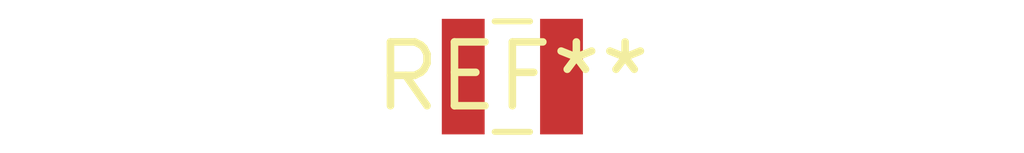
<source format=kicad_pcb>
(kicad_pcb (version 20240108) (generator pcbnew)
  (layers (0 "F.Cu" signal) (31 "B.Cu" signal) (34 "B.Paste" user) (35 "F.Paste" user) (36 "B.SilkS" user "B.Silkscreen") (37 "F.SilkS" user "F.Silkscreen") (38 "B.Mask" user) (39 "F.Mask" user) (44 "Edge.Cuts" user))
  (net 0 "")
  (footprint "L_Wuerth_MAPI-2510" (layer "F.Cu") (at 0 0)
    (property "Reference" "REF**")
    (property "Value" "L_Wuerth_MAPI-2510")
    (fp_line (start -0.35 -1.1) (end 0.35 -1.1) (layer "F.SilkS") (stroke (width 0.12)))
    (fp_line (start -0.35 1.1) (end 0.35 1.1) (layer "F.SilkS") (stroke (width 0.12)))
    (pad "1" smd rect (at -0.975 0) (size 0.85 2.3) (layers "F.Cu" "F.Paste" "F.Mask"))
    (pad "2" smd rect (at 0.975 0) (size 0.85 2.3) (layers "F.Cu" "F.Paste" "F.Mask"))
  )
)
</source>
